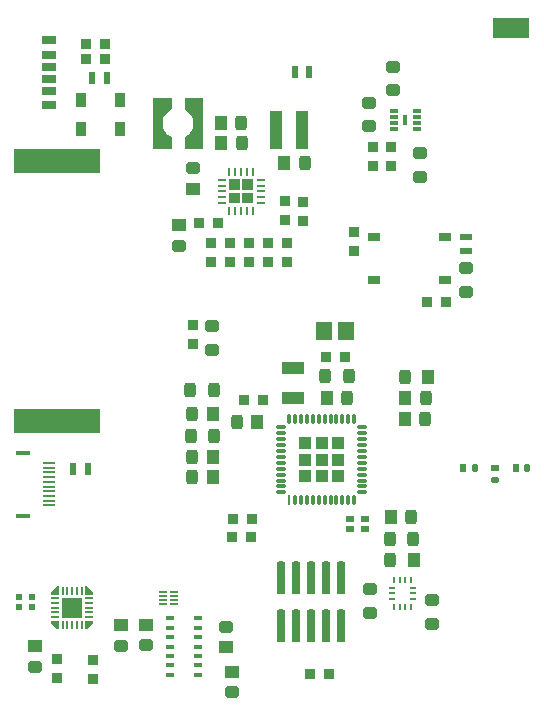
<source format=gtp>
G04*
G04 #@! TF.GenerationSoftware,Altium Limited,Altium Designer,25.8.1 (18)*
G04*
G04 Layer_Color=8421504*
%FSLAX44Y44*%
%MOMM*%
G71*
G04*
G04 #@! TF.SameCoordinates,16AD229D-0A12-456A-95A7-24712EE817D5*
G04*
G04*
G04 #@! TF.FilePolarity,Positive*
G04*
G01*
G75*
%ADD18R,1.0410X1.0160*%
%ADD19R,3.0480X1.7780*%
G04:AMPARAMS|DCode=20|XSize=0.64mm|YSize=0.5mm|CornerRadius=0.125mm|HoleSize=0mm|Usage=FLASHONLY|Rotation=0.000|XOffset=0mm|YOffset=0mm|HoleType=Round|Shape=RoundedRectangle|*
%AMROUNDEDRECTD20*
21,1,0.6400,0.2500,0,0,0.0*
21,1,0.3900,0.5000,0,0,0.0*
1,1,0.2500,0.1950,-0.1250*
1,1,0.2500,-0.1950,-0.1250*
1,1,0.2500,-0.1950,0.1250*
1,1,0.2500,0.1950,0.1250*
%
%ADD20ROUNDEDRECTD20*%
%ADD21R,0.6400X0.5000*%
%ADD22R,0.7112X0.2032*%
%ADD23R,0.2032X0.7112*%
%ADD24R,1.7018X1.7018*%
G04:AMPARAMS|DCode=25|XSize=1.2mm|YSize=1mm|CornerRadius=0.25mm|HoleSize=0mm|Usage=FLASHONLY|Rotation=180.000|XOffset=0mm|YOffset=0mm|HoleType=Round|Shape=RoundedRectangle|*
%AMROUNDEDRECTD25*
21,1,1.2000,0.5000,0,0,180.0*
21,1,0.7000,1.0000,0,0,180.0*
1,1,0.5000,-0.3500,0.2500*
1,1,0.5000,0.3500,0.2500*
1,1,0.5000,0.3500,-0.2500*
1,1,0.5000,-0.3500,-0.2500*
%
%ADD25ROUNDEDRECTD25*%
%ADD26R,1.2000X1.0000*%
G04:AMPARAMS|DCode=27|XSize=0.9mm|YSize=0.9mm|CornerRadius=0.225mm|HoleSize=0mm|Usage=FLASHONLY|Rotation=0.000|XOffset=0mm|YOffset=0mm|HoleType=Round|Shape=RoundedRectangle|*
%AMROUNDEDRECTD27*
21,1,0.9000,0.4500,0,0,0.0*
21,1,0.4500,0.9000,0,0,0.0*
1,1,0.4500,0.2250,-0.2250*
1,1,0.4500,-0.2250,-0.2250*
1,1,0.4500,-0.2250,0.2250*
1,1,0.4500,0.2250,0.2250*
%
%ADD27ROUNDEDRECTD27*%
%ADD28R,0.7500X0.3500*%
%ADD29R,0.7700X0.1900*%
G04:AMPARAMS|DCode=30|XSize=0.76mm|YSize=0.27mm|CornerRadius=0.0675mm|HoleSize=0mm|Usage=FLASHONLY|Rotation=0.000|XOffset=0mm|YOffset=0mm|HoleType=Round|Shape=RoundedRectangle|*
%AMROUNDEDRECTD30*
21,1,0.7600,0.1350,0,0,0.0*
21,1,0.6250,0.2700,0,0,0.0*
1,1,0.1350,0.3125,-0.0675*
1,1,0.1350,-0.3125,-0.0675*
1,1,0.1350,-0.3125,0.0675*
1,1,0.1350,0.3125,0.0675*
%
%ADD30ROUNDEDRECTD30*%
%ADD31R,0.6000X0.5000*%
%ADD32R,0.7100X0.1900*%
G04:AMPARAMS|DCode=33|XSize=0.26mm|YSize=0.86mm|CornerRadius=0.065mm|HoleSize=0mm|Usage=FLASHONLY|Rotation=180.000|XOffset=0mm|YOffset=0mm|HoleType=Round|Shape=RoundedRectangle|*
%AMROUNDEDRECTD33*
21,1,0.2600,0.7300,0,0,180.0*
21,1,0.1300,0.8600,0,0,180.0*
1,1,0.1300,-0.0650,0.3650*
1,1,0.1300,0.0650,0.3650*
1,1,0.1300,0.0650,-0.3650*
1,1,0.1300,-0.0650,-0.3650*
%
%ADD33ROUNDEDRECTD33*%
%ADD34R,1.0000X0.6250*%
G04:AMPARAMS|DCode=35|XSize=0.9mm|YSize=0.9mm|CornerRadius=0.225mm|HoleSize=0mm|Usage=FLASHONLY|Rotation=270.000|XOffset=0mm|YOffset=0mm|HoleType=Round|Shape=RoundedRectangle|*
%AMROUNDEDRECTD35*
21,1,0.9000,0.4500,0,0,270.0*
21,1,0.4500,0.9000,0,0,270.0*
1,1,0.4500,-0.2250,-0.2250*
1,1,0.4500,-0.2250,0.2250*
1,1,0.4500,0.2250,0.2250*
1,1,0.4500,0.2250,-0.2250*
%
%ADD35ROUNDEDRECTD35*%
%ADD36R,0.3700X0.9700*%
G04:AMPARAMS|DCode=37|XSize=1.2mm|YSize=1mm|CornerRadius=0.25mm|HoleSize=0mm|Usage=FLASHONLY|Rotation=90.000|XOffset=0mm|YOffset=0mm|HoleType=Round|Shape=RoundedRectangle|*
%AMROUNDEDRECTD37*
21,1,1.2000,0.5000,0,0,90.0*
21,1,0.7000,1.0000,0,0,90.0*
1,1,0.5000,0.2500,0.3500*
1,1,0.5000,0.2500,-0.3500*
1,1,0.5000,-0.2500,-0.3500*
1,1,0.5000,-0.2500,0.3500*
%
%ADD37ROUNDEDRECTD37*%
G04:AMPARAMS|DCode=38|XSize=0.26mm|YSize=0.86mm|CornerRadius=0.065mm|HoleSize=0mm|Usage=FLASHONLY|Rotation=90.000|XOffset=0mm|YOffset=0mm|HoleType=Round|Shape=RoundedRectangle|*
%AMROUNDEDRECTD38*
21,1,0.2600,0.7300,0,0,90.0*
21,1,0.1300,0.8600,0,0,90.0*
1,1,0.1300,0.3650,0.0650*
1,1,0.1300,0.3650,-0.0650*
1,1,0.1300,-0.3650,-0.0650*
1,1,0.1300,-0.3650,0.0650*
%
%ADD38ROUNDEDRECTD38*%
%ADD39R,0.2500X0.4750*%
%ADD40R,0.6858X0.5842*%
%ADD41R,0.4750X0.2500*%
%ADD42R,0.6250X1.0000*%
%ADD43R,1.0000X1.2000*%
G04:AMPARAMS|DCode=44|XSize=0.6mm|YSize=0.24mm|CornerRadius=0.0324mm|HoleSize=0mm|Usage=FLASHONLY|Rotation=0.000|XOffset=0mm|YOffset=0mm|HoleType=Round|Shape=RoundedRectangle|*
%AMROUNDEDRECTD44*
21,1,0.6000,0.1752,0,0,0.0*
21,1,0.5352,0.2400,0,0,0.0*
1,1,0.0648,0.2676,-0.0876*
1,1,0.0648,-0.2676,-0.0876*
1,1,0.0648,-0.2676,0.0876*
1,1,0.0648,0.2676,0.0876*
%
%ADD44ROUNDEDRECTD44*%
G04:AMPARAMS|DCode=45|XSize=0.87mm|YSize=0.93mm|CornerRadius=0.1088mm|HoleSize=0mm|Usage=FLASHONLY|Rotation=0.000|XOffset=0mm|YOffset=0mm|HoleType=Round|Shape=RoundedRectangle|*
%AMROUNDEDRECTD45*
21,1,0.8700,0.7125,0,0,0.0*
21,1,0.6525,0.9300,0,0,0.0*
1,1,0.2175,0.3263,-0.3563*
1,1,0.2175,-0.3263,-0.3563*
1,1,0.2175,-0.3263,0.3563*
1,1,0.2175,0.3263,0.3563*
%
%ADD45ROUNDEDRECTD45*%
%ADD46R,1.2000X0.8000*%
%ADD47R,7.4000X2.0000*%
G04:AMPARAMS|DCode=48|XSize=2.794mm|YSize=0.7366mm|CornerRadius=0.1842mm|HoleSize=0mm|Usage=FLASHONLY|Rotation=270.000|XOffset=0mm|YOffset=0mm|HoleType=Round|Shape=RoundedRectangle|*
%AMROUNDEDRECTD48*
21,1,2.7940,0.3683,0,0,270.0*
21,1,2.4257,0.7366,0,0,270.0*
1,1,0.3683,-0.1842,-1.2129*
1,1,0.3683,-0.1842,1.2129*
1,1,0.3683,0.1842,1.2129*
1,1,0.3683,0.1842,-1.2129*
%
%ADD48ROUNDEDRECTD48*%
%ADD49R,1.0000X0.2300*%
%ADD50R,0.9100X1.2200*%
%ADD51R,1.0000X0.7000*%
G04:AMPARAMS|DCode=52|XSize=0.64mm|YSize=0.47mm|CornerRadius=0.1175mm|HoleSize=0mm|Usage=FLASHONLY|Rotation=90.000|XOffset=0mm|YOffset=0mm|HoleType=Round|Shape=RoundedRectangle|*
%AMROUNDEDRECTD52*
21,1,0.6400,0.2350,0,0,90.0*
21,1,0.4050,0.4700,0,0,90.0*
1,1,0.2350,0.1175,0.2025*
1,1,0.2350,0.1175,-0.2025*
1,1,0.2350,-0.1175,-0.2025*
1,1,0.2350,-0.1175,0.2025*
%
%ADD52ROUNDEDRECTD52*%
%ADD53R,0.4700X0.6400*%
%ADD54R,1.9000X1.1000*%
%ADD55R,0.2600X0.8600*%
%ADD56R,1.4549X1.5562*%
%ADD57R,1.0000X3.2000*%
%ADD58R,1.2000X0.4400*%
%ADD59R,1.2000X0.7600*%
%ADD60R,1.2000X0.7000*%
G04:AMPARAMS|DCode=61|XSize=0.24mm|YSize=0.6mm|CornerRadius=0.0324mm|HoleSize=0mm|Usage=FLASHONLY|Rotation=0.000|XOffset=0mm|YOffset=0mm|HoleType=Round|Shape=RoundedRectangle|*
%AMROUNDEDRECTD61*
21,1,0.2400,0.5352,0,0,0.0*
21,1,0.1752,0.6000,0,0,0.0*
1,1,0.0648,0.0876,-0.2676*
1,1,0.0648,-0.0876,-0.2676*
1,1,0.0648,-0.0876,0.2676*
1,1,0.0648,0.0876,0.2676*
%
%ADD61ROUNDEDRECTD61*%
G36*
X191978Y484546D02*
X175978D01*
Y494266D01*
X175975Y494266D01*
X177062Y494837D01*
X179051Y496274D01*
X180735Y498058D01*
X182053Y500128D01*
X182959Y502408D01*
X183420Y504818D01*
X183420Y507271D01*
X182960Y509681D01*
X182054Y511961D01*
X180737Y514031D01*
X179054Y515816D01*
X177066Y517253D01*
X175979Y517825D01*
X175978Y517824D01*
Y527546D01*
X191978D01*
Y484546D01*
D02*
G37*
G36*
X164978Y517826D02*
X164981D01*
X163894Y517255D01*
X161905Y515818D01*
X160221Y514034D01*
X158903Y511964D01*
X157998Y509684D01*
X157536Y507275D01*
X157536Y504821D01*
X157997Y502411D01*
X158902Y500131D01*
X160219Y498061D01*
X161902Y496276D01*
X163890Y494839D01*
X164977Y494267D01*
X164977Y494267D01*
X164978Y494268D01*
Y484546D01*
X148978D01*
Y527546D01*
X164978D01*
Y517826D01*
D02*
G37*
G36*
X234178Y449296D02*
X224978D01*
Y458496D01*
X234178D01*
Y449296D01*
D02*
G37*
G36*
X222978D02*
X213778D01*
Y458496D01*
X222978D01*
Y449296D01*
D02*
G37*
G36*
X234178Y438096D02*
X224978D01*
Y447296D01*
X234178D01*
Y438096D01*
D02*
G37*
G36*
X222978D02*
X213778D01*
Y447296D01*
X222978D01*
Y438096D01*
D02*
G37*
G36*
X98840Y108828D02*
Y106796D01*
X91768D01*
Y113868D01*
X93800D01*
X98840Y108828D01*
D02*
G37*
G36*
X69800Y106756D02*
X62728Y106796D01*
Y108828D01*
X67768Y113868D01*
X69800D01*
Y106756D01*
D02*
G37*
G36*
X98840Y82796D02*
X93800Y77756D01*
X91768D01*
Y84826D01*
X98840Y84828D01*
Y82796D01*
D02*
G37*
G36*
X69798Y84826D02*
X69800Y77756D01*
X67768D01*
X62728Y82796D01*
Y84828D01*
X69798Y84826D01*
D02*
G37*
D18*
X278005Y235010D02*
D03*
X278005Y221010D02*
D03*
X278005Y207010D02*
D03*
X292005Y235010D02*
D03*
X292005Y221010D02*
D03*
X292005Y207010D02*
D03*
X306005Y235010D02*
D03*
X306005Y221010D02*
D03*
X306005Y207010D02*
D03*
D19*
X452320Y586930D02*
D03*
D20*
X438770Y203717D02*
D03*
D21*
Y213717D02*
D03*
D22*
X95284Y103812D02*
D03*
Y99812D02*
D03*
Y95812D02*
D03*
Y91812D02*
D03*
Y87812D02*
D03*
Y83812D02*
D03*
X66284Y87812D02*
D03*
Y91812D02*
D03*
Y95812D02*
D03*
Y99812D02*
D03*
Y103812D02*
D03*
Y107812D02*
D03*
D23*
X88784Y81312D02*
D03*
X84784D02*
D03*
X80784D02*
D03*
X76784D02*
D03*
X72784D02*
D03*
X68784D02*
D03*
X72784Y110312D02*
D03*
X76784D02*
D03*
X80784D02*
D03*
X84784D02*
D03*
X88784D02*
D03*
X92784D02*
D03*
D24*
X80784Y95812D02*
D03*
D25*
X375750Y460500D02*
D03*
Y480500D02*
D03*
X414528Y363380D02*
D03*
X352778Y554046D02*
D03*
X332528Y523546D02*
D03*
X385250Y82000D02*
D03*
X333250Y91500D02*
D03*
X182880Y467728D02*
D03*
X171728Y402046D02*
D03*
X210820Y79870D02*
D03*
X215900Y24270D02*
D03*
X143452Y63969D02*
D03*
X122500Y63500D02*
D03*
X49000Y46000D02*
D03*
X199576Y314324D02*
D03*
X414528Y383380D02*
D03*
X352778Y534046D02*
D03*
X385250Y102000D02*
D03*
X333250Y111500D02*
D03*
X199576Y334324D02*
D03*
X332528Y503546D02*
D03*
D26*
X143452Y81469D02*
D03*
X210820Y62370D02*
D03*
X122500Y81000D02*
D03*
X49000Y63500D02*
D03*
X171728Y419546D02*
D03*
X182880Y450228D02*
D03*
X215900Y41770D02*
D03*
D27*
X68250Y36500D02*
D03*
X98750Y35250D02*
D03*
Y51250D02*
D03*
X68250Y52500D02*
D03*
X261112Y423800D02*
D03*
X246478Y388296D02*
D03*
X198728Y388296D02*
D03*
X183326Y318824D02*
D03*
X319532Y397638D02*
D03*
Y413638D02*
D03*
X183326Y334824D02*
D03*
X198728Y404296D02*
D03*
X230478D02*
D03*
Y388296D02*
D03*
X276352Y439546D02*
D03*
Y423546D02*
D03*
X350520Y469520D02*
D03*
Y485520D02*
D03*
X335280Y469520D02*
D03*
Y485520D02*
D03*
X214478Y404296D02*
D03*
Y388296D02*
D03*
X261112Y439800D02*
D03*
X246478Y404296D02*
D03*
X262478Y388546D02*
D03*
Y404546D02*
D03*
D28*
X187750Y63000D02*
D03*
X163750Y79000D02*
D03*
X187750D02*
D03*
X163750Y71000D02*
D03*
X187750D02*
D03*
X163750Y63000D02*
D03*
X187750Y87000D02*
D03*
Y55000D02*
D03*
Y47000D02*
D03*
Y39000D02*
D03*
X163750D02*
D03*
Y47000D02*
D03*
Y55000D02*
D03*
Y87000D02*
D03*
D29*
X157834Y109136D02*
D03*
D30*
X372478Y511546D02*
D03*
X353078D02*
D03*
Y516546D02*
D03*
Y506546D02*
D03*
Y501546D02*
D03*
X372478D02*
D03*
Y506546D02*
D03*
Y516546D02*
D03*
D31*
X36250Y96500D02*
D03*
Y104500D02*
D03*
X47250Y96500D02*
D03*
Y104500D02*
D03*
D32*
X157534Y105636D02*
D03*
Y102136D02*
D03*
Y98636D02*
D03*
X167434Y105636D02*
D03*
Y109136D02*
D03*
Y98636D02*
D03*
Y102136D02*
D03*
D33*
X289600Y186630D02*
D03*
X279600Y255330D02*
D03*
X274600Y186630D02*
D03*
X294600D02*
D03*
X284600D02*
D03*
X299600D02*
D03*
X319600D02*
D03*
X279600D02*
D03*
X269600D02*
D03*
Y255330D02*
D03*
X264600D02*
D03*
X274600D02*
D03*
X284600D02*
D03*
X289600D02*
D03*
X294600D02*
D03*
X299600D02*
D03*
X304600D02*
D03*
X309600D02*
D03*
X314600D02*
D03*
X319600D02*
D03*
X314600Y186630D02*
D03*
X309600D02*
D03*
X304600D02*
D03*
D34*
X414274Y397735D02*
D03*
Y409985D02*
D03*
D35*
X381382Y354330D02*
D03*
X187978Y421546D02*
D03*
X108508Y573532D02*
D03*
Y560832D02*
D03*
X282576Y40132D02*
D03*
X298576D02*
D03*
X232750Y171000D02*
D03*
X216750D02*
D03*
X216282Y155956D02*
D03*
X232282D02*
D03*
X397382Y354330D02*
D03*
X295530Y308376D02*
D03*
X311530D02*
D03*
X92508Y573532D02*
D03*
Y560832D02*
D03*
X203978Y421546D02*
D03*
D36*
X362778Y509046D02*
D03*
D37*
X380500Y273500D02*
D03*
X380000Y255250D02*
D03*
X368148Y172618D02*
D03*
X369652Y154076D02*
D03*
X224650Y488950D02*
D03*
X224142Y505968D02*
D03*
X315308Y291866D02*
D03*
X313804Y273324D02*
D03*
X182364Y259948D02*
D03*
X180864Y279948D02*
D03*
X182598Y223742D02*
D03*
X181348Y241492D02*
D03*
X182473Y206117D02*
D03*
X277990Y472440D02*
D03*
X200864Y279948D02*
D03*
X362246Y291250D02*
D03*
X295308Y291866D02*
D03*
X220250Y253250D02*
D03*
X201348Y241492D02*
D03*
X349906Y136042D02*
D03*
X349652Y154076D02*
D03*
D38*
X326450Y208480D02*
D03*
Y203480D02*
D03*
Y198480D02*
D03*
X257750Y248480D02*
D03*
Y198480D02*
D03*
Y238480D02*
D03*
Y223480D02*
D03*
Y193480D02*
D03*
Y233480D02*
D03*
Y243480D02*
D03*
Y228480D02*
D03*
X326450Y218480D02*
D03*
X257750Y203480D02*
D03*
Y208480D02*
D03*
Y213480D02*
D03*
Y218480D02*
D03*
X326450Y248480D02*
D03*
Y243480D02*
D03*
Y238480D02*
D03*
Y233480D02*
D03*
Y228480D02*
D03*
Y223480D02*
D03*
Y213480D02*
D03*
Y193480D02*
D03*
D39*
X368012Y119579D02*
D03*
X353012D02*
D03*
X358012Y96329D02*
D03*
X353012D02*
D03*
X368012D02*
D03*
X363012D02*
D03*
X358012Y119579D02*
D03*
X363012D02*
D03*
D40*
X328955Y162306D02*
D03*
X316205Y170942D02*
D03*
X328955D02*
D03*
X316205Y162306D02*
D03*
D41*
X351387Y107954D02*
D03*
Y102954D02*
D03*
X369637Y107954D02*
D03*
Y102954D02*
D03*
X351387Y112954D02*
D03*
X369637D02*
D03*
D42*
X281603Y549296D02*
D03*
X110011Y544322D02*
D03*
X94009Y213360D02*
D03*
X81759D02*
D03*
X97761Y544322D02*
D03*
X269353Y549296D02*
D03*
D43*
X260490Y472440D02*
D03*
X296304Y273324D02*
D03*
X207150Y488950D02*
D03*
X382246Y291250D02*
D03*
X199864Y259948D02*
D03*
X199973Y206117D02*
D03*
X237750Y253250D02*
D03*
X200098Y223742D02*
D03*
X369906Y136042D02*
D03*
X362500Y255250D02*
D03*
X363000Y273500D02*
D03*
X350648Y172618D02*
D03*
X206642Y505968D02*
D03*
D44*
X240478Y458296D02*
D03*
X207478D02*
D03*
X240478Y453296D02*
D03*
X207478D02*
D03*
Y448296D02*
D03*
Y443296D02*
D03*
Y438296D02*
D03*
X240478D02*
D03*
Y443296D02*
D03*
Y448296D02*
D03*
D45*
X242242Y271780D02*
D03*
X226642D02*
D03*
D46*
X61280Y576140D02*
D03*
Y521140D02*
D03*
D47*
X67742Y253982D02*
D03*
Y473982D02*
D03*
D48*
X308864Y80772D02*
D03*
X296164Y121412D02*
D03*
X258064Y80772D02*
D03*
X308864Y121412D02*
D03*
X270764D02*
D03*
X283464D02*
D03*
X270764Y80772D02*
D03*
X296164D02*
D03*
X258064Y121412D02*
D03*
X283464Y80772D02*
D03*
D49*
X61426Y206406D02*
D03*
Y186406D02*
D03*
Y210406D02*
D03*
Y182406D02*
D03*
Y218406D02*
D03*
Y214406D02*
D03*
Y190406D02*
D03*
Y202406D02*
D03*
Y194406D02*
D03*
Y198406D02*
D03*
D50*
X121270Y526034D02*
D03*
X88570D02*
D03*
X121150Y500854D02*
D03*
X88450D02*
D03*
D51*
X396776Y409914D02*
D03*
X336776D02*
D03*
X396776Y372914D02*
D03*
X336776D02*
D03*
D52*
X466376Y213797D02*
D03*
X422100D02*
D03*
D53*
X456376D02*
D03*
X412100D02*
D03*
D54*
X267970Y298504D02*
D03*
Y273504D02*
D03*
D55*
X264600Y186630D02*
D03*
D56*
X294273Y330454D02*
D03*
X312787D02*
D03*
D57*
X275160Y500380D02*
D03*
X253160D02*
D03*
D58*
X39426Y173606D02*
D03*
Y227206D02*
D03*
D59*
X61280Y563840D02*
D03*
Y533440D02*
D03*
D60*
Y553640D02*
D03*
Y543640D02*
D03*
D61*
X213978Y431796D02*
D03*
X218978D02*
D03*
X223978D02*
D03*
X228978D02*
D03*
X233978D02*
D03*
Y464796D02*
D03*
X228978D02*
D03*
X223978D02*
D03*
X218978D02*
D03*
X213978D02*
D03*
M02*

</source>
